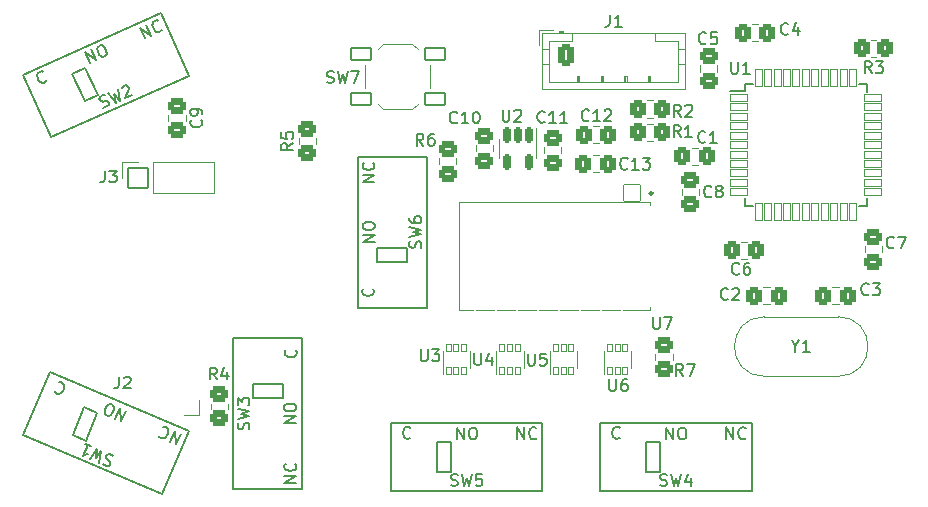
<source format=gto>
G04 #@! TF.GenerationSoftware,KiCad,Pcbnew,(5.99.0-8445-ge10025db64)*
G04 #@! TF.CreationDate,2021-06-11T17:01:22+02:00*
G04 #@! TF.ProjectId,g100s,67313030-732e-46b6-9963-61645f706362,rev?*
G04 #@! TF.SameCoordinates,Original*
G04 #@! TF.FileFunction,Legend,Top*
G04 #@! TF.FilePolarity,Positive*
%FSLAX46Y46*%
G04 Gerber Fmt 4.6, Leading zero omitted, Abs format (unit mm)*
G04 Created by KiCad (PCBNEW (5.99.0-8445-ge10025db64)) date 2021-06-11 17:01:22*
%MOMM*%
%LPD*%
G01*
G04 APERTURE LIST*
G04 Aperture macros list*
%AMRoundRect*
0 Rectangle with rounded corners*
0 $1 Rounding radius*
0 $2 $3 $4 $5 $6 $7 $8 $9 X,Y pos of 4 corners*
0 Add a 4 corners polygon primitive as box body*
4,1,4,$2,$3,$4,$5,$6,$7,$8,$9,$2,$3,0*
0 Add four circle primitives for the rounded corners*
1,1,$1+$1,$2,$3*
1,1,$1+$1,$4,$5*
1,1,$1+$1,$6,$7*
1,1,$1+$1,$8,$9*
0 Add four rect primitives between the rounded corners*
20,1,$1+$1,$2,$3,$4,$5,0*
20,1,$1+$1,$4,$5,$6,$7,0*
20,1,$1+$1,$6,$7,$8,$9,0*
20,1,$1+$1,$8,$9,$2,$3,0*%
G04 Aperture macros list end*
%ADD10C,0.150000*%
%ADD11C,0.120000*%
%ADD12C,0.100000*%
%ADD13C,0.239605*%
%ADD14RoundRect,0.271702X0.366798X0.504298X-0.366798X0.504298X-0.366798X-0.504298X0.366798X-0.504298X0*%
%ADD15RoundRect,0.271250X-0.379750X-0.654750X0.379750X-0.654750X0.379750X0.654750X-0.379750X0.654750X0*%
%ADD16O,1.302000X1.852000*%
%ADD17RoundRect,0.271702X0.504298X-0.366798X0.504298X0.366798X-0.504298X0.366798X-0.504298X-0.366798X0*%
%ADD18RoundRect,0.271702X-0.504298X0.366798X-0.504298X-0.366798X0.504298X-0.366798X0.504298X0.366798X0*%
%ADD19C,1.602000*%
%ADD20RoundRect,0.270816X0.480184X-0.380184X0.480184X0.380184X-0.480184X0.380184X-0.480184X-0.380184X0*%
%ADD21RoundRect,0.271250X0.479750X-0.379750X0.479750X0.379750X-0.479750X0.379750X-0.479750X-0.379750X0*%
%ADD22RoundRect,0.051000X0.200000X-0.325000X0.200000X0.325000X-0.200000X0.325000X-0.200000X-0.325000X0*%
%ADD23RoundRect,0.271250X-0.379750X-0.479750X0.379750X-0.479750X0.379750X0.479750X-0.379750X0.479750X0*%
%ADD24RoundRect,0.271702X-0.366798X-0.504298X0.366798X-0.504298X0.366798X0.504298X-0.366798X0.504298X0*%
%ADD25RoundRect,0.051000X0.850000X-0.850000X0.850000X0.850000X-0.850000X0.850000X-0.850000X-0.850000X0*%
%ADD26O,1.802000X1.802000*%
%ADD27C,2.102000*%
%ADD28RoundRect,0.271250X0.379750X0.479750X-0.379750X0.479750X-0.379750X-0.479750X0.379750X-0.479750X0*%
%ADD29RoundRect,0.051000X-0.750000X-0.275000X0.750000X-0.275000X0.750000X0.275000X-0.750000X0.275000X0*%
%ADD30RoundRect,0.051000X0.275000X-0.750000X0.275000X0.750000X-0.275000X0.750000X-0.275000X-0.750000X0*%
%ADD31RoundRect,0.175500X-0.175500X0.538000X-0.175500X-0.538000X0.175500X-0.538000X0.175500X0.538000X0*%
%ADD32RoundRect,0.051000X0.700000X0.700000X-0.700000X0.700000X-0.700000X-0.700000X0.700000X-0.700000X0*%
%ADD33C,1.502000*%
%ADD34RoundRect,0.051000X-0.850000X-0.500000X0.850000X-0.500000X0.850000X0.500000X-0.850000X0.500000X0*%
G04 APERTURE END LIST*
D10*
X82667142Y-138467142D02*
X82619523Y-138514761D01*
X82476666Y-138562380D01*
X82381428Y-138562380D01*
X82238571Y-138514761D01*
X82143333Y-138419523D01*
X82095714Y-138324285D01*
X82048095Y-138133809D01*
X82048095Y-137990952D01*
X82095714Y-137800476D01*
X82143333Y-137705238D01*
X82238571Y-137610000D01*
X82381428Y-137562380D01*
X82476666Y-137562380D01*
X82619523Y-137610000D01*
X82667142Y-137657619D01*
X83619523Y-138562380D02*
X83048095Y-138562380D01*
X83333809Y-138562380D02*
X83333809Y-137562380D01*
X83238571Y-137705238D01*
X83143333Y-137800476D01*
X83048095Y-137848095D01*
X83952857Y-137562380D02*
X84571904Y-137562380D01*
X84238571Y-137943333D01*
X84381428Y-137943333D01*
X84476666Y-137990952D01*
X84524285Y-138038571D01*
X84571904Y-138133809D01*
X84571904Y-138371904D01*
X84524285Y-138467142D01*
X84476666Y-138514761D01*
X84381428Y-138562380D01*
X84095714Y-138562380D01*
X84000476Y-138514761D01*
X83952857Y-138467142D01*
X81166666Y-125462380D02*
X81166666Y-126176666D01*
X81119047Y-126319523D01*
X81023809Y-126414761D01*
X80880952Y-126462380D01*
X80785714Y-126462380D01*
X82166666Y-126462380D02*
X81595238Y-126462380D01*
X81880952Y-126462380D02*
X81880952Y-125462380D01*
X81785714Y-125605238D01*
X81690476Y-125700476D01*
X81595238Y-125748095D01*
X105213333Y-145137142D02*
X105165714Y-145184761D01*
X105022857Y-145232380D01*
X104927619Y-145232380D01*
X104784761Y-145184761D01*
X104689523Y-145089523D01*
X104641904Y-144994285D01*
X104594285Y-144803809D01*
X104594285Y-144660952D01*
X104641904Y-144470476D01*
X104689523Y-144375238D01*
X104784761Y-144280000D01*
X104927619Y-144232380D01*
X105022857Y-144232380D01*
X105165714Y-144280000D01*
X105213333Y-144327619D01*
X105546666Y-144232380D02*
X106213333Y-144232380D01*
X105784761Y-145232380D01*
X65383333Y-136532380D02*
X65050000Y-136056190D01*
X64811904Y-136532380D02*
X64811904Y-135532380D01*
X65192857Y-135532380D01*
X65288095Y-135580000D01*
X65335714Y-135627619D01*
X65383333Y-135722857D01*
X65383333Y-135865714D01*
X65335714Y-135960952D01*
X65288095Y-136008571D01*
X65192857Y-136056190D01*
X64811904Y-136056190D01*
X66240476Y-135532380D02*
X66050000Y-135532380D01*
X65954761Y-135580000D01*
X65907142Y-135627619D01*
X65811904Y-135770476D01*
X65764285Y-135960952D01*
X65764285Y-136341904D01*
X65811904Y-136437142D01*
X65859523Y-136484761D01*
X65954761Y-136532380D01*
X66145238Y-136532380D01*
X66240476Y-136484761D01*
X66288095Y-136437142D01*
X66335714Y-136341904D01*
X66335714Y-136103809D01*
X66288095Y-136008571D01*
X66240476Y-135960952D01*
X66145238Y-135913333D01*
X65954761Y-135913333D01*
X65859523Y-135960952D01*
X65811904Y-136008571D01*
X65764285Y-136103809D01*
X79404642Y-134372142D02*
X79357023Y-134419761D01*
X79214166Y-134467380D01*
X79118928Y-134467380D01*
X78976071Y-134419761D01*
X78880833Y-134324523D01*
X78833214Y-134229285D01*
X78785595Y-134038809D01*
X78785595Y-133895952D01*
X78833214Y-133705476D01*
X78880833Y-133610238D01*
X78976071Y-133515000D01*
X79118928Y-133467380D01*
X79214166Y-133467380D01*
X79357023Y-133515000D01*
X79404642Y-133562619D01*
X80357023Y-134467380D02*
X79785595Y-134467380D01*
X80071309Y-134467380D02*
X80071309Y-133467380D01*
X79976071Y-133610238D01*
X79880833Y-133705476D01*
X79785595Y-133753095D01*
X80737976Y-133562619D02*
X80785595Y-133515000D01*
X80880833Y-133467380D01*
X81118928Y-133467380D01*
X81214166Y-133515000D01*
X81261785Y-133562619D01*
X81309404Y-133657857D01*
X81309404Y-133753095D01*
X81261785Y-133895952D01*
X80690357Y-134467380D01*
X81309404Y-134467380D01*
X89765333Y-140817142D02*
X89717714Y-140864761D01*
X89574857Y-140912380D01*
X89479619Y-140912380D01*
X89336761Y-140864761D01*
X89241523Y-140769523D01*
X89193904Y-140674285D01*
X89146285Y-140483809D01*
X89146285Y-140340952D01*
X89193904Y-140150476D01*
X89241523Y-140055238D01*
X89336761Y-139960000D01*
X89479619Y-139912380D01*
X89574857Y-139912380D01*
X89717714Y-139960000D01*
X89765333Y-140007619D01*
X90336761Y-140340952D02*
X90241523Y-140293333D01*
X90193904Y-140245714D01*
X90146285Y-140150476D01*
X90146285Y-140102857D01*
X90193904Y-140007619D01*
X90241523Y-139960000D01*
X90336761Y-139912380D01*
X90527238Y-139912380D01*
X90622476Y-139960000D01*
X90670095Y-140007619D01*
X90717714Y-140102857D01*
X90717714Y-140150476D01*
X90670095Y-140245714D01*
X90622476Y-140293333D01*
X90527238Y-140340952D01*
X90336761Y-140340952D01*
X90241523Y-140388571D01*
X90193904Y-140436190D01*
X90146285Y-140531428D01*
X90146285Y-140721904D01*
X90193904Y-140817142D01*
X90241523Y-140864761D01*
X90336761Y-140912380D01*
X90527238Y-140912380D01*
X90622476Y-140864761D01*
X90670095Y-140817142D01*
X90717714Y-140721904D01*
X90717714Y-140531428D01*
X90670095Y-140436190D01*
X90622476Y-140388571D01*
X90527238Y-140340952D01*
X96885388Y-153521097D02*
X96885388Y-153997287D01*
X96552055Y-152997287D02*
X96885388Y-153521097D01*
X97218721Y-152997287D01*
X98075864Y-153997287D02*
X97504436Y-153997287D01*
X97790150Y-153997287D02*
X97790150Y-152997287D01*
X97694912Y-153140145D01*
X97599674Y-153235383D01*
X97504436Y-153283002D01*
X75657142Y-134527142D02*
X75609523Y-134574761D01*
X75466666Y-134622380D01*
X75371428Y-134622380D01*
X75228571Y-134574761D01*
X75133333Y-134479523D01*
X75085714Y-134384285D01*
X75038095Y-134193809D01*
X75038095Y-134050952D01*
X75085714Y-133860476D01*
X75133333Y-133765238D01*
X75228571Y-133670000D01*
X75371428Y-133622380D01*
X75466666Y-133622380D01*
X75609523Y-133670000D01*
X75657142Y-133717619D01*
X76609523Y-134622380D02*
X76038095Y-134622380D01*
X76323809Y-134622380D02*
X76323809Y-133622380D01*
X76228571Y-133765238D01*
X76133333Y-133860476D01*
X76038095Y-133908095D01*
X77561904Y-134622380D02*
X76990476Y-134622380D01*
X77276190Y-134622380D02*
X77276190Y-133622380D01*
X77180952Y-133765238D01*
X77085714Y-133860476D01*
X76990476Y-133908095D01*
X47893333Y-156332380D02*
X47560000Y-155856190D01*
X47321904Y-156332380D02*
X47321904Y-155332380D01*
X47702857Y-155332380D01*
X47798095Y-155380000D01*
X47845714Y-155427619D01*
X47893333Y-155522857D01*
X47893333Y-155665714D01*
X47845714Y-155760952D01*
X47798095Y-155808571D01*
X47702857Y-155856190D01*
X47321904Y-155856190D01*
X48750476Y-155665714D02*
X48750476Y-156332380D01*
X48512380Y-155284761D02*
X48274285Y-155999047D01*
X48893333Y-155999047D01*
X74238095Y-154152380D02*
X74238095Y-154961904D01*
X74285714Y-155057142D01*
X74333333Y-155104761D01*
X74428571Y-155152380D01*
X74619047Y-155152380D01*
X74714285Y-155104761D01*
X74761904Y-155057142D01*
X74809523Y-154961904D01*
X74809523Y-154152380D01*
X75761904Y-154152380D02*
X75285714Y-154152380D01*
X75238095Y-154628571D01*
X75285714Y-154580952D01*
X75380952Y-154533333D01*
X75619047Y-154533333D01*
X75714285Y-154580952D01*
X75761904Y-154628571D01*
X75809523Y-154723809D01*
X75809523Y-154961904D01*
X75761904Y-155057142D01*
X75714285Y-155104761D01*
X75619047Y-155152380D01*
X75380952Y-155152380D01*
X75285714Y-155104761D01*
X75238095Y-155057142D01*
X87183333Y-134082380D02*
X86850000Y-133606190D01*
X86611904Y-134082380D02*
X86611904Y-133082380D01*
X86992857Y-133082380D01*
X87088095Y-133130000D01*
X87135714Y-133177619D01*
X87183333Y-133272857D01*
X87183333Y-133415714D01*
X87135714Y-133510952D01*
X87088095Y-133558571D01*
X86992857Y-133606190D01*
X86611904Y-133606190D01*
X87564285Y-133177619D02*
X87611904Y-133130000D01*
X87707142Y-133082380D01*
X87945238Y-133082380D01*
X88040476Y-133130000D01*
X88088095Y-133177619D01*
X88135714Y-133272857D01*
X88135714Y-133368095D01*
X88088095Y-133510952D01*
X87516666Y-134082380D01*
X88135714Y-134082380D01*
X91160833Y-149507142D02*
X91113214Y-149554761D01*
X90970357Y-149602380D01*
X90875119Y-149602380D01*
X90732261Y-149554761D01*
X90637023Y-149459523D01*
X90589404Y-149364285D01*
X90541785Y-149173809D01*
X90541785Y-149030952D01*
X90589404Y-148840476D01*
X90637023Y-148745238D01*
X90732261Y-148650000D01*
X90875119Y-148602380D01*
X90970357Y-148602380D01*
X91113214Y-148650000D01*
X91160833Y-148697619D01*
X91541785Y-148697619D02*
X91589404Y-148650000D01*
X91684642Y-148602380D01*
X91922738Y-148602380D01*
X92017976Y-148650000D01*
X92065595Y-148697619D01*
X92113214Y-148792857D01*
X92113214Y-148888095D01*
X92065595Y-149030952D01*
X91494166Y-149602380D01*
X92113214Y-149602380D01*
X103083333Y-149097142D02*
X103035714Y-149144761D01*
X102892857Y-149192380D01*
X102797619Y-149192380D01*
X102654761Y-149144761D01*
X102559523Y-149049523D01*
X102511904Y-148954285D01*
X102464285Y-148763809D01*
X102464285Y-148620952D01*
X102511904Y-148430476D01*
X102559523Y-148335238D01*
X102654761Y-148240000D01*
X102797619Y-148192380D01*
X102892857Y-148192380D01*
X103035714Y-148240000D01*
X103083333Y-148287619D01*
X103416666Y-148192380D02*
X104035714Y-148192380D01*
X103702380Y-148573333D01*
X103845238Y-148573333D01*
X103940476Y-148620952D01*
X103988095Y-148668571D01*
X104035714Y-148763809D01*
X104035714Y-149001904D01*
X103988095Y-149097142D01*
X103940476Y-149144761D01*
X103845238Y-149192380D01*
X103559523Y-149192380D01*
X103464285Y-149144761D01*
X103416666Y-149097142D01*
X69698095Y-154102380D02*
X69698095Y-154911904D01*
X69745714Y-155007142D01*
X69793333Y-155054761D01*
X69888571Y-155102380D01*
X70079047Y-155102380D01*
X70174285Y-155054761D01*
X70221904Y-155007142D01*
X70269523Y-154911904D01*
X70269523Y-154102380D01*
X71174285Y-154435714D02*
X71174285Y-155102380D01*
X70936190Y-154054761D02*
X70698095Y-154769047D01*
X71317142Y-154769047D01*
X89253333Y-136217142D02*
X89205714Y-136264761D01*
X89062857Y-136312380D01*
X88967619Y-136312380D01*
X88824761Y-136264761D01*
X88729523Y-136169523D01*
X88681904Y-136074285D01*
X88634285Y-135883809D01*
X88634285Y-135740952D01*
X88681904Y-135550476D01*
X88729523Y-135455238D01*
X88824761Y-135360000D01*
X88967619Y-135312380D01*
X89062857Y-135312380D01*
X89205714Y-135360000D01*
X89253333Y-135407619D01*
X90205714Y-136312380D02*
X89634285Y-136312380D01*
X89920000Y-136312380D02*
X89920000Y-135312380D01*
X89824761Y-135455238D01*
X89729523Y-135550476D01*
X89634285Y-135598095D01*
X38406666Y-138652380D02*
X38406666Y-139366666D01*
X38359047Y-139509523D01*
X38263809Y-139604761D01*
X38120952Y-139652380D01*
X38025714Y-139652380D01*
X38787619Y-138652380D02*
X39406666Y-138652380D01*
X39073333Y-139033333D01*
X39216190Y-139033333D01*
X39311428Y-139080952D01*
X39359047Y-139128571D01*
X39406666Y-139223809D01*
X39406666Y-139461904D01*
X39359047Y-139557142D01*
X39311428Y-139604761D01*
X39216190Y-139652380D01*
X38930476Y-139652380D01*
X38835238Y-139604761D01*
X38787619Y-139557142D01*
X92123333Y-147357142D02*
X92075714Y-147404761D01*
X91932857Y-147452380D01*
X91837619Y-147452380D01*
X91694761Y-147404761D01*
X91599523Y-147309523D01*
X91551904Y-147214285D01*
X91504285Y-147023809D01*
X91504285Y-146880952D01*
X91551904Y-146690476D01*
X91599523Y-146595238D01*
X91694761Y-146500000D01*
X91837619Y-146452380D01*
X91932857Y-146452380D01*
X92075714Y-146500000D01*
X92123333Y-146547619D01*
X92980476Y-146452380D02*
X92790000Y-146452380D01*
X92694761Y-146500000D01*
X92647142Y-146547619D01*
X92551904Y-146690476D01*
X92504285Y-146880952D01*
X92504285Y-147261904D01*
X92551904Y-147357142D01*
X92599523Y-147404761D01*
X92694761Y-147452380D01*
X92885238Y-147452380D01*
X92980476Y-147404761D01*
X93028095Y-147357142D01*
X93075714Y-147261904D01*
X93075714Y-147023809D01*
X93028095Y-146928571D01*
X92980476Y-146880952D01*
X92885238Y-146833333D01*
X92694761Y-146833333D01*
X92599523Y-146880952D01*
X92551904Y-146928571D01*
X92504285Y-147023809D01*
X54352380Y-136316666D02*
X53876190Y-136650000D01*
X54352380Y-136888095D02*
X53352380Y-136888095D01*
X53352380Y-136507142D01*
X53400000Y-136411904D01*
X53447619Y-136364285D01*
X53542857Y-136316666D01*
X53685714Y-136316666D01*
X53780952Y-136364285D01*
X53828571Y-136411904D01*
X53876190Y-136507142D01*
X53876190Y-136888095D01*
X53352380Y-135411904D02*
X53352380Y-135888095D01*
X53828571Y-135935714D01*
X53780952Y-135888095D01*
X53733333Y-135792857D01*
X53733333Y-135554761D01*
X53780952Y-135459523D01*
X53828571Y-135411904D01*
X53923809Y-135364285D01*
X54161904Y-135364285D01*
X54257142Y-135411904D01*
X54304761Y-135459523D01*
X54352380Y-135554761D01*
X54352380Y-135792857D01*
X54304761Y-135888095D01*
X54257142Y-135935714D01*
X96273333Y-127057142D02*
X96225714Y-127104761D01*
X96082857Y-127152380D01*
X95987619Y-127152380D01*
X95844761Y-127104761D01*
X95749523Y-127009523D01*
X95701904Y-126914285D01*
X95654285Y-126723809D01*
X95654285Y-126580952D01*
X95701904Y-126390476D01*
X95749523Y-126295238D01*
X95844761Y-126200000D01*
X95987619Y-126152380D01*
X96082857Y-126152380D01*
X96225714Y-126200000D01*
X96273333Y-126247619D01*
X97130476Y-126485714D02*
X97130476Y-127152380D01*
X96892380Y-126104761D02*
X96654285Y-126819047D01*
X97273333Y-126819047D01*
X65154761Y-145198333D02*
X65202380Y-145055476D01*
X65202380Y-144817380D01*
X65154761Y-144722142D01*
X65107142Y-144674523D01*
X65011904Y-144626904D01*
X64916666Y-144626904D01*
X64821428Y-144674523D01*
X64773809Y-144722142D01*
X64726190Y-144817380D01*
X64678571Y-145007857D01*
X64630952Y-145103095D01*
X64583333Y-145150714D01*
X64488095Y-145198333D01*
X64392857Y-145198333D01*
X64297619Y-145150714D01*
X64250000Y-145103095D01*
X64202380Y-145007857D01*
X64202380Y-144769761D01*
X64250000Y-144626904D01*
X64202380Y-144293571D02*
X65202380Y-144055476D01*
X64488095Y-143865000D01*
X65202380Y-143674523D01*
X64202380Y-143436428D01*
X64202380Y-142626904D02*
X64202380Y-142817380D01*
X64250000Y-142912619D01*
X64297619Y-142960238D01*
X64440476Y-143055476D01*
X64630952Y-143103095D01*
X65011904Y-143103095D01*
X65107142Y-143055476D01*
X65154761Y-143007857D01*
X65202380Y-142912619D01*
X65202380Y-142722142D01*
X65154761Y-142626904D01*
X65107142Y-142579285D01*
X65011904Y-142531666D01*
X64773809Y-142531666D01*
X64678571Y-142579285D01*
X64630952Y-142626904D01*
X64583333Y-142722142D01*
X64583333Y-142912619D01*
X64630952Y-143007857D01*
X64678571Y-143055476D01*
X64773809Y-143103095D01*
X61107142Y-148635476D02*
X61154761Y-148683095D01*
X61202380Y-148825952D01*
X61202380Y-148921190D01*
X61154761Y-149064047D01*
X61059523Y-149159285D01*
X60964285Y-149206904D01*
X60773809Y-149254523D01*
X60630952Y-149254523D01*
X60440476Y-149206904D01*
X60345238Y-149159285D01*
X60250000Y-149064047D01*
X60202380Y-148921190D01*
X60202380Y-148825952D01*
X60250000Y-148683095D01*
X60297619Y-148635476D01*
X61252380Y-144674523D02*
X60252380Y-144674523D01*
X61252380Y-144103095D01*
X60252380Y-144103095D01*
X60252380Y-143436428D02*
X60252380Y-143245952D01*
X60300000Y-143150714D01*
X60395238Y-143055476D01*
X60585714Y-143007857D01*
X60919047Y-143007857D01*
X61109523Y-143055476D01*
X61204761Y-143150714D01*
X61252380Y-143245952D01*
X61252380Y-143436428D01*
X61204761Y-143531666D01*
X61109523Y-143626904D01*
X60919047Y-143674523D01*
X60585714Y-143674523D01*
X60395238Y-143626904D01*
X60300000Y-143531666D01*
X60252380Y-143436428D01*
X61232380Y-139590714D02*
X60232380Y-139590714D01*
X61232380Y-139019285D01*
X60232380Y-139019285D01*
X61137142Y-137971666D02*
X61184761Y-138019285D01*
X61232380Y-138162142D01*
X61232380Y-138257380D01*
X61184761Y-138400238D01*
X61089523Y-138495476D01*
X60994285Y-138543095D01*
X60803809Y-138590714D01*
X60660952Y-138590714D01*
X60470476Y-138543095D01*
X60375238Y-138495476D01*
X60280000Y-138400238D01*
X60232380Y-138257380D01*
X60232380Y-138162142D01*
X60280000Y-138019285D01*
X60327619Y-137971666D01*
X103333333Y-130392380D02*
X103000000Y-129916190D01*
X102761904Y-130392380D02*
X102761904Y-129392380D01*
X103142857Y-129392380D01*
X103238095Y-129440000D01*
X103285714Y-129487619D01*
X103333333Y-129582857D01*
X103333333Y-129725714D01*
X103285714Y-129820952D01*
X103238095Y-129868571D01*
X103142857Y-129916190D01*
X102761904Y-129916190D01*
X103666666Y-129392380D02*
X104285714Y-129392380D01*
X103952380Y-129773333D01*
X104095238Y-129773333D01*
X104190476Y-129820952D01*
X104238095Y-129868571D01*
X104285714Y-129963809D01*
X104285714Y-130201904D01*
X104238095Y-130297142D01*
X104190476Y-130344761D01*
X104095238Y-130392380D01*
X103809523Y-130392380D01*
X103714285Y-130344761D01*
X103666666Y-130297142D01*
X39134030Y-162854399D02*
X39021136Y-162754747D01*
X38801968Y-162661716D01*
X38695695Y-162668337D01*
X38633255Y-162693564D01*
X38552209Y-162762625D01*
X38514996Y-162850292D01*
X38521617Y-162956565D01*
X38546845Y-163019005D01*
X38615906Y-163100051D01*
X38772634Y-163218310D01*
X38841695Y-163299356D01*
X38866922Y-163361796D01*
X38873543Y-163468069D01*
X38836330Y-163555736D01*
X38755284Y-163624797D01*
X38692845Y-163650024D01*
X38586571Y-163656645D01*
X38367403Y-163563614D01*
X38254509Y-163463962D01*
X37929068Y-163377552D02*
X38100631Y-162364016D01*
X37646203Y-162947094D01*
X37749963Y-162215166D01*
X37140064Y-163042639D01*
X36697957Y-161768616D02*
X37223960Y-161991891D01*
X36960958Y-161880253D02*
X36570227Y-162800758D01*
X36713713Y-162706470D01*
X36838593Y-162656015D01*
X36944866Y-162649394D01*
X34489926Y-156589383D02*
X34552366Y-156564156D01*
X34702473Y-156576141D01*
X34790140Y-156613354D01*
X34903034Y-156713006D01*
X34953489Y-156837885D01*
X34960110Y-156944159D01*
X34929519Y-157138099D01*
X34873700Y-157269600D01*
X34755442Y-157426328D01*
X34674395Y-157495389D01*
X34549516Y-157545844D01*
X34399409Y-157533858D01*
X34311742Y-157496646D01*
X34198847Y-157396994D01*
X34173620Y-157334554D01*
X44857508Y-160919289D02*
X44466777Y-161839794D01*
X44331505Y-160696014D01*
X43940774Y-161616519D01*
X43329954Y-160374343D02*
X43392394Y-160349116D01*
X43542501Y-160361101D01*
X43630168Y-160398314D01*
X43743062Y-160497966D01*
X43793517Y-160622846D01*
X43800138Y-160729119D01*
X43769547Y-160923060D01*
X43713728Y-161054560D01*
X43595469Y-161211288D01*
X43514423Y-161280349D01*
X43389544Y-161330804D01*
X43239437Y-161318819D01*
X43151770Y-161281606D01*
X43038875Y-161181954D01*
X43013648Y-161119514D01*
X40213855Y-158969903D02*
X39823124Y-159890408D01*
X39687853Y-158746628D01*
X39297122Y-159667133D01*
X38683452Y-159406645D02*
X38508117Y-159332220D01*
X38439056Y-159251174D01*
X38388602Y-159126295D01*
X38419193Y-158932354D01*
X38549437Y-158625519D01*
X38667695Y-158468791D01*
X38792575Y-158418337D01*
X38898848Y-158411715D01*
X39074183Y-158486140D01*
X39143244Y-158567186D01*
X39193698Y-158692066D01*
X39163107Y-158886007D01*
X39032863Y-159192842D01*
X38914605Y-159349570D01*
X38789725Y-159400024D01*
X38683452Y-159406645D01*
X89313333Y-127847142D02*
X89265714Y-127894761D01*
X89122857Y-127942380D01*
X89027619Y-127942380D01*
X88884761Y-127894761D01*
X88789523Y-127799523D01*
X88741904Y-127704285D01*
X88694285Y-127513809D01*
X88694285Y-127370952D01*
X88741904Y-127180476D01*
X88789523Y-127085238D01*
X88884761Y-126990000D01*
X89027619Y-126942380D01*
X89122857Y-126942380D01*
X89265714Y-126990000D01*
X89313333Y-127037619D01*
X90218095Y-126942380D02*
X89741904Y-126942380D01*
X89694285Y-127418571D01*
X89741904Y-127370952D01*
X89837142Y-127323333D01*
X90075238Y-127323333D01*
X90170476Y-127370952D01*
X90218095Y-127418571D01*
X90265714Y-127513809D01*
X90265714Y-127751904D01*
X90218095Y-127847142D01*
X90170476Y-127894761D01*
X90075238Y-127942380D01*
X89837142Y-127942380D01*
X89741904Y-127894761D01*
X89694285Y-127847142D01*
X39606666Y-156092380D02*
X39606666Y-156806666D01*
X39559047Y-156949523D01*
X39463809Y-157044761D01*
X39320952Y-157092380D01*
X39225714Y-157092380D01*
X40035238Y-156187619D02*
X40082857Y-156140000D01*
X40178095Y-156092380D01*
X40416190Y-156092380D01*
X40511428Y-156140000D01*
X40559047Y-156187619D01*
X40606666Y-156282857D01*
X40606666Y-156378095D01*
X40559047Y-156520952D01*
X39987619Y-157092380D01*
X40606666Y-157092380D01*
X46557142Y-134366666D02*
X46604761Y-134414285D01*
X46652380Y-134557142D01*
X46652380Y-134652380D01*
X46604761Y-134795238D01*
X46509523Y-134890476D01*
X46414285Y-134938095D01*
X46223809Y-134985714D01*
X46080952Y-134985714D01*
X45890476Y-134938095D01*
X45795238Y-134890476D01*
X45700000Y-134795238D01*
X45652380Y-134652380D01*
X45652380Y-134557142D01*
X45700000Y-134414285D01*
X45747619Y-134366666D01*
X46652380Y-133890476D02*
X46652380Y-133700000D01*
X46604761Y-133604761D01*
X46557142Y-133557142D01*
X46414285Y-133461904D01*
X46223809Y-133414285D01*
X45842857Y-133414285D01*
X45747619Y-133461904D01*
X45700000Y-133509523D01*
X45652380Y-133604761D01*
X45652380Y-133795238D01*
X45700000Y-133890476D01*
X45747619Y-133938095D01*
X45842857Y-133985714D01*
X46080952Y-133985714D01*
X46176190Y-133938095D01*
X46223809Y-133890476D01*
X46271428Y-133795238D01*
X46271428Y-133604761D01*
X46223809Y-133509523D01*
X46176190Y-133461904D01*
X46080952Y-133414285D01*
X85436666Y-165304761D02*
X85579523Y-165352380D01*
X85817619Y-165352380D01*
X85912857Y-165304761D01*
X85960476Y-165257142D01*
X86008095Y-165161904D01*
X86008095Y-165066666D01*
X85960476Y-164971428D01*
X85912857Y-164923809D01*
X85817619Y-164876190D01*
X85627142Y-164828571D01*
X85531904Y-164780952D01*
X85484285Y-164733333D01*
X85436666Y-164638095D01*
X85436666Y-164542857D01*
X85484285Y-164447619D01*
X85531904Y-164400000D01*
X85627142Y-164352380D01*
X85865238Y-164352380D01*
X86008095Y-164400000D01*
X86341428Y-164352380D02*
X86579523Y-165352380D01*
X86770000Y-164638095D01*
X86960476Y-165352380D01*
X87198571Y-164352380D01*
X88008095Y-164685714D02*
X88008095Y-165352380D01*
X87770000Y-164304761D02*
X87531904Y-165019047D01*
X88150952Y-165019047D01*
X81999523Y-161257142D02*
X81951904Y-161304761D01*
X81809047Y-161352380D01*
X81713809Y-161352380D01*
X81570952Y-161304761D01*
X81475714Y-161209523D01*
X81428095Y-161114285D01*
X81380476Y-160923809D01*
X81380476Y-160780952D01*
X81428095Y-160590476D01*
X81475714Y-160495238D01*
X81570952Y-160400000D01*
X81713809Y-160352380D01*
X81809047Y-160352380D01*
X81951904Y-160400000D01*
X81999523Y-160447619D01*
X91044285Y-161382380D02*
X91044285Y-160382380D01*
X91615714Y-161382380D01*
X91615714Y-160382380D01*
X92663333Y-161287142D02*
X92615714Y-161334761D01*
X92472857Y-161382380D01*
X92377619Y-161382380D01*
X92234761Y-161334761D01*
X92139523Y-161239523D01*
X92091904Y-161144285D01*
X92044285Y-160953809D01*
X92044285Y-160810952D01*
X92091904Y-160620476D01*
X92139523Y-160525238D01*
X92234761Y-160430000D01*
X92377619Y-160382380D01*
X92472857Y-160382380D01*
X92615714Y-160430000D01*
X92663333Y-160477619D01*
X85960476Y-161402380D02*
X85960476Y-160402380D01*
X86531904Y-161402380D01*
X86531904Y-160402380D01*
X87198571Y-160402380D02*
X87389047Y-160402380D01*
X87484285Y-160450000D01*
X87579523Y-160545238D01*
X87627142Y-160735714D01*
X87627142Y-161069047D01*
X87579523Y-161259523D01*
X87484285Y-161354761D01*
X87389047Y-161402380D01*
X87198571Y-161402380D01*
X87103333Y-161354761D01*
X87008095Y-161259523D01*
X86960476Y-161069047D01*
X86960476Y-160735714D01*
X87008095Y-160545238D01*
X87103333Y-160450000D01*
X87198571Y-160402380D01*
X91448095Y-129442380D02*
X91448095Y-130251904D01*
X91495714Y-130347142D01*
X91543333Y-130394761D01*
X91638571Y-130442380D01*
X91829047Y-130442380D01*
X91924285Y-130394761D01*
X91971904Y-130347142D01*
X92019523Y-130251904D01*
X92019523Y-129442380D01*
X93019523Y-130442380D02*
X92448095Y-130442380D01*
X92733809Y-130442380D02*
X92733809Y-129442380D01*
X92638571Y-129585238D01*
X92543333Y-129680476D01*
X92448095Y-129728095D01*
X68237142Y-134567142D02*
X68189523Y-134614761D01*
X68046666Y-134662380D01*
X67951428Y-134662380D01*
X67808571Y-134614761D01*
X67713333Y-134519523D01*
X67665714Y-134424285D01*
X67618095Y-134233809D01*
X67618095Y-134090952D01*
X67665714Y-133900476D01*
X67713333Y-133805238D01*
X67808571Y-133710000D01*
X67951428Y-133662380D01*
X68046666Y-133662380D01*
X68189523Y-133710000D01*
X68237142Y-133757619D01*
X69189523Y-134662380D02*
X68618095Y-134662380D01*
X68903809Y-134662380D02*
X68903809Y-133662380D01*
X68808571Y-133805238D01*
X68713333Y-133900476D01*
X68618095Y-133948095D01*
X69808571Y-133662380D02*
X69903809Y-133662380D01*
X69999047Y-133710000D01*
X70046666Y-133757619D01*
X70094285Y-133852857D01*
X70141904Y-134043333D01*
X70141904Y-134281428D01*
X70094285Y-134471904D01*
X70046666Y-134567142D01*
X69999047Y-134614761D01*
X69903809Y-134662380D01*
X69808571Y-134662380D01*
X69713333Y-134614761D01*
X69665714Y-134567142D01*
X69618095Y-134471904D01*
X69570476Y-134281428D01*
X69570476Y-134043333D01*
X69618095Y-133852857D01*
X69665714Y-133757619D01*
X69713333Y-133710000D01*
X69808571Y-133662380D01*
X72088095Y-133502380D02*
X72088095Y-134311904D01*
X72135714Y-134407142D01*
X72183333Y-134454761D01*
X72278571Y-134502380D01*
X72469047Y-134502380D01*
X72564285Y-134454761D01*
X72611904Y-134407142D01*
X72659523Y-134311904D01*
X72659523Y-133502380D01*
X73088095Y-133597619D02*
X73135714Y-133550000D01*
X73230952Y-133502380D01*
X73469047Y-133502380D01*
X73564285Y-133550000D01*
X73611904Y-133597619D01*
X73659523Y-133692857D01*
X73659523Y-133788095D01*
X73611904Y-133930952D01*
X73040476Y-134502380D01*
X73659523Y-134502380D01*
X87353333Y-156032380D02*
X87020000Y-155556190D01*
X86781904Y-156032380D02*
X86781904Y-155032380D01*
X87162857Y-155032380D01*
X87258095Y-155080000D01*
X87305714Y-155127619D01*
X87353333Y-155222857D01*
X87353333Y-155365714D01*
X87305714Y-155460952D01*
X87258095Y-155508571D01*
X87162857Y-155556190D01*
X86781904Y-155556190D01*
X87686666Y-155032380D02*
X88353333Y-155032380D01*
X87924761Y-156032380D01*
X81118095Y-156302380D02*
X81118095Y-157111904D01*
X81165714Y-157207142D01*
X81213333Y-157254761D01*
X81308571Y-157302380D01*
X81499047Y-157302380D01*
X81594285Y-157254761D01*
X81641904Y-157207142D01*
X81689523Y-157111904D01*
X81689523Y-156302380D01*
X82594285Y-156302380D02*
X82403809Y-156302380D01*
X82308571Y-156350000D01*
X82260952Y-156397619D01*
X82165714Y-156540476D01*
X82118095Y-156730952D01*
X82118095Y-157111904D01*
X82165714Y-157207142D01*
X82213333Y-157254761D01*
X82308571Y-157302380D01*
X82499047Y-157302380D01*
X82594285Y-157254761D01*
X82641904Y-157207142D01*
X82689523Y-157111904D01*
X82689523Y-156873809D01*
X82641904Y-156778571D01*
X82594285Y-156730952D01*
X82499047Y-156683333D01*
X82308571Y-156683333D01*
X82213333Y-156730952D01*
X82165714Y-156778571D01*
X82118095Y-156873809D01*
X84838095Y-151052380D02*
X84838095Y-151861904D01*
X84885714Y-151957142D01*
X84933333Y-152004761D01*
X85028571Y-152052380D01*
X85219047Y-152052380D01*
X85314285Y-152004761D01*
X85361904Y-151957142D01*
X85409523Y-151861904D01*
X85409523Y-151052380D01*
X85790476Y-151052380D02*
X86457142Y-151052380D01*
X86028571Y-152052380D01*
X87153333Y-135812380D02*
X86820000Y-135336190D01*
X86581904Y-135812380D02*
X86581904Y-134812380D01*
X86962857Y-134812380D01*
X87058095Y-134860000D01*
X87105714Y-134907619D01*
X87153333Y-135002857D01*
X87153333Y-135145714D01*
X87105714Y-135240952D01*
X87058095Y-135288571D01*
X86962857Y-135336190D01*
X86581904Y-135336190D01*
X88105714Y-135812380D02*
X87534285Y-135812380D01*
X87820000Y-135812380D02*
X87820000Y-134812380D01*
X87724761Y-134955238D01*
X87629523Y-135050476D01*
X87534285Y-135098095D01*
X50604761Y-160563333D02*
X50652380Y-160420476D01*
X50652380Y-160182380D01*
X50604761Y-160087142D01*
X50557142Y-160039523D01*
X50461904Y-159991904D01*
X50366666Y-159991904D01*
X50271428Y-160039523D01*
X50223809Y-160087142D01*
X50176190Y-160182380D01*
X50128571Y-160372857D01*
X50080952Y-160468095D01*
X50033333Y-160515714D01*
X49938095Y-160563333D01*
X49842857Y-160563333D01*
X49747619Y-160515714D01*
X49700000Y-160468095D01*
X49652380Y-160372857D01*
X49652380Y-160134761D01*
X49700000Y-159991904D01*
X49652380Y-159658571D02*
X50652380Y-159420476D01*
X49938095Y-159230000D01*
X50652380Y-159039523D01*
X49652380Y-158801428D01*
X49652380Y-158515714D02*
X49652380Y-157896666D01*
X50033333Y-158230000D01*
X50033333Y-158087142D01*
X50080952Y-157991904D01*
X50128571Y-157944285D01*
X50223809Y-157896666D01*
X50461904Y-157896666D01*
X50557142Y-157944285D01*
X50604761Y-157991904D01*
X50652380Y-158087142D01*
X50652380Y-158372857D01*
X50604761Y-158468095D01*
X50557142Y-158515714D01*
X54602380Y-160039523D02*
X53602380Y-160039523D01*
X54602380Y-159468095D01*
X53602380Y-159468095D01*
X53602380Y-158801428D02*
X53602380Y-158610952D01*
X53650000Y-158515714D01*
X53745238Y-158420476D01*
X53935714Y-158372857D01*
X54269047Y-158372857D01*
X54459523Y-158420476D01*
X54554761Y-158515714D01*
X54602380Y-158610952D01*
X54602380Y-158801428D01*
X54554761Y-158896666D01*
X54459523Y-158991904D01*
X54269047Y-159039523D01*
X53935714Y-159039523D01*
X53745238Y-158991904D01*
X53650000Y-158896666D01*
X53602380Y-158801428D01*
X54557142Y-153840476D02*
X54604761Y-153888095D01*
X54652380Y-154030952D01*
X54652380Y-154126190D01*
X54604761Y-154269047D01*
X54509523Y-154364285D01*
X54414285Y-154411904D01*
X54223809Y-154459523D01*
X54080952Y-154459523D01*
X53890476Y-154411904D01*
X53795238Y-154364285D01*
X53700000Y-154269047D01*
X53652380Y-154126190D01*
X53652380Y-154030952D01*
X53700000Y-153888095D01*
X53747619Y-153840476D01*
X54622380Y-165075714D02*
X53622380Y-165075714D01*
X54622380Y-164504285D01*
X53622380Y-164504285D01*
X54527142Y-163456666D02*
X54574761Y-163504285D01*
X54622380Y-163647142D01*
X54622380Y-163742380D01*
X54574761Y-163885238D01*
X54479523Y-163980476D01*
X54384285Y-164028095D01*
X54193809Y-164075714D01*
X54050952Y-164075714D01*
X53860476Y-164028095D01*
X53765238Y-163980476D01*
X53670000Y-163885238D01*
X53622380Y-163742380D01*
X53622380Y-163647142D01*
X53670000Y-163504285D01*
X53717619Y-163456666D01*
X65168095Y-153782380D02*
X65168095Y-154591904D01*
X65215714Y-154687142D01*
X65263333Y-154734761D01*
X65358571Y-154782380D01*
X65549047Y-154782380D01*
X65644285Y-154734761D01*
X65691904Y-154687142D01*
X65739523Y-154591904D01*
X65739523Y-153782380D01*
X66120476Y-153782380D02*
X66739523Y-153782380D01*
X66406190Y-154163333D01*
X66549047Y-154163333D01*
X66644285Y-154210952D01*
X66691904Y-154258571D01*
X66739523Y-154353809D01*
X66739523Y-154591904D01*
X66691904Y-154687142D01*
X66644285Y-154734761D01*
X66549047Y-154782380D01*
X66263333Y-154782380D01*
X66168095Y-154734761D01*
X66120476Y-154687142D01*
X67716666Y-165304761D02*
X67859523Y-165352380D01*
X68097619Y-165352380D01*
X68192857Y-165304761D01*
X68240476Y-165257142D01*
X68288095Y-165161904D01*
X68288095Y-165066666D01*
X68240476Y-164971428D01*
X68192857Y-164923809D01*
X68097619Y-164876190D01*
X67907142Y-164828571D01*
X67811904Y-164780952D01*
X67764285Y-164733333D01*
X67716666Y-164638095D01*
X67716666Y-164542857D01*
X67764285Y-164447619D01*
X67811904Y-164400000D01*
X67907142Y-164352380D01*
X68145238Y-164352380D01*
X68288095Y-164400000D01*
X68621428Y-164352380D02*
X68859523Y-165352380D01*
X69050000Y-164638095D01*
X69240476Y-165352380D01*
X69478571Y-164352380D01*
X70335714Y-164352380D02*
X69859523Y-164352380D01*
X69811904Y-164828571D01*
X69859523Y-164780952D01*
X69954761Y-164733333D01*
X70192857Y-164733333D01*
X70288095Y-164780952D01*
X70335714Y-164828571D01*
X70383333Y-164923809D01*
X70383333Y-165161904D01*
X70335714Y-165257142D01*
X70288095Y-165304761D01*
X70192857Y-165352380D01*
X69954761Y-165352380D01*
X69859523Y-165304761D01*
X69811904Y-165257142D01*
X68240476Y-161402380D02*
X68240476Y-160402380D01*
X68811904Y-161402380D01*
X68811904Y-160402380D01*
X69478571Y-160402380D02*
X69669047Y-160402380D01*
X69764285Y-160450000D01*
X69859523Y-160545238D01*
X69907142Y-160735714D01*
X69907142Y-161069047D01*
X69859523Y-161259523D01*
X69764285Y-161354761D01*
X69669047Y-161402380D01*
X69478571Y-161402380D01*
X69383333Y-161354761D01*
X69288095Y-161259523D01*
X69240476Y-161069047D01*
X69240476Y-160735714D01*
X69288095Y-160545238D01*
X69383333Y-160450000D01*
X69478571Y-160402380D01*
X73324285Y-161382380D02*
X73324285Y-160382380D01*
X73895714Y-161382380D01*
X73895714Y-160382380D01*
X74943333Y-161287142D02*
X74895714Y-161334761D01*
X74752857Y-161382380D01*
X74657619Y-161382380D01*
X74514761Y-161334761D01*
X74419523Y-161239523D01*
X74371904Y-161144285D01*
X74324285Y-160953809D01*
X74324285Y-160810952D01*
X74371904Y-160620476D01*
X74419523Y-160525238D01*
X74514761Y-160430000D01*
X74657619Y-160382380D01*
X74752857Y-160382380D01*
X74895714Y-160430000D01*
X74943333Y-160477619D01*
X64279523Y-161257142D02*
X64231904Y-161304761D01*
X64089047Y-161352380D01*
X63993809Y-161352380D01*
X63850952Y-161304761D01*
X63755714Y-161209523D01*
X63708095Y-161114285D01*
X63660476Y-160923809D01*
X63660476Y-160780952D01*
X63708095Y-160590476D01*
X63755714Y-160495238D01*
X63850952Y-160400000D01*
X63993809Y-160352380D01*
X64089047Y-160352380D01*
X64231904Y-160400000D01*
X64279523Y-160447619D01*
X38270043Y-133314174D02*
X38419918Y-133299571D01*
X38637429Y-133202729D01*
X38705065Y-133120490D01*
X38729199Y-133057620D01*
X38733964Y-132951247D01*
X38695227Y-132864243D01*
X38612988Y-132796607D01*
X38550118Y-132772473D01*
X38443745Y-132767708D01*
X38250368Y-132801679D01*
X38143995Y-132796914D01*
X38081125Y-132772780D01*
X37998886Y-132705144D01*
X37960149Y-132618140D01*
X37964914Y-132511767D01*
X37989048Y-132448896D01*
X38056684Y-132366657D01*
X38274195Y-132269815D01*
X38424070Y-132255212D01*
X38709216Y-132076131D02*
X39333464Y-132892835D01*
X39216946Y-132162829D01*
X39681481Y-132737887D01*
X39492255Y-131727500D01*
X39835507Y-131678925D02*
X39859641Y-131616055D01*
X39927277Y-131533816D01*
X40144788Y-131436974D01*
X40251160Y-131441739D01*
X40314031Y-131465873D01*
X40396270Y-131533509D01*
X40435007Y-131620513D01*
X40449610Y-131770388D01*
X40160005Y-132524835D01*
X40725533Y-132273046D01*
X33483743Y-131014502D02*
X33459609Y-131077373D01*
X33348471Y-131178980D01*
X33261466Y-131217717D01*
X33111592Y-131232320D01*
X32985850Y-131184052D01*
X32903611Y-131116417D01*
X32782636Y-130961776D01*
X32724530Y-130831270D01*
X32690559Y-130637893D01*
X32695324Y-130531520D01*
X32743592Y-130405779D01*
X32854730Y-130304171D01*
X32941734Y-130265435D01*
X33091609Y-130250832D01*
X33154480Y-130274965D01*
X37161327Y-129536119D02*
X36754590Y-128622574D01*
X37683353Y-129303698D01*
X37276616Y-128390153D01*
X37885646Y-128118995D02*
X38059655Y-128041521D01*
X38166028Y-128046287D01*
X38291769Y-128094554D01*
X38412745Y-128249194D01*
X38548323Y-128553710D01*
X38582295Y-128747087D01*
X38534027Y-128872828D01*
X38466392Y-128955067D01*
X38292383Y-129032540D01*
X38186010Y-129027775D01*
X38060269Y-128979508D01*
X37939293Y-128824867D01*
X37803714Y-128520352D01*
X37769743Y-128326975D01*
X37818010Y-128201234D01*
X37885646Y-128118995D01*
X41797483Y-127450077D02*
X41390746Y-126536531D01*
X42319509Y-127217656D01*
X41912772Y-126304110D01*
X43237819Y-126704547D02*
X43213686Y-126767417D01*
X43102548Y-126869025D01*
X43015543Y-126907761D01*
X42865668Y-126922364D01*
X42739927Y-126874097D01*
X42657688Y-126806461D01*
X42536712Y-126651821D01*
X42478607Y-126521314D01*
X42444636Y-126327937D01*
X42449401Y-126221564D01*
X42497669Y-126095823D01*
X42608807Y-125994216D01*
X42695811Y-125955479D01*
X42845686Y-125940876D01*
X42908556Y-125965010D01*
X57206666Y-131174761D02*
X57349523Y-131222380D01*
X57587619Y-131222380D01*
X57682857Y-131174761D01*
X57730476Y-131127142D01*
X57778095Y-131031904D01*
X57778095Y-130936666D01*
X57730476Y-130841428D01*
X57682857Y-130793809D01*
X57587619Y-130746190D01*
X57397142Y-130698571D01*
X57301904Y-130650952D01*
X57254285Y-130603333D01*
X57206666Y-130508095D01*
X57206666Y-130412857D01*
X57254285Y-130317619D01*
X57301904Y-130270000D01*
X57397142Y-130222380D01*
X57635238Y-130222380D01*
X57778095Y-130270000D01*
X58111428Y-130222380D02*
X58349523Y-131222380D01*
X58540000Y-130508095D01*
X58730476Y-131222380D01*
X58968571Y-130222380D01*
X59254285Y-130222380D02*
X59920952Y-130222380D01*
X59492380Y-131222380D01*
D11*
X80228752Y-137340000D02*
X79706248Y-137340000D01*
X80228752Y-138810000D02*
X79706248Y-138810000D01*
X84590000Y-130640000D02*
X84590000Y-131140000D01*
X80390000Y-130640000D02*
X80590000Y-130640000D01*
X75430000Y-131750000D02*
X87550000Y-131750000D01*
X86940000Y-131140000D02*
X86940000Y-127640000D01*
X87550000Y-128340000D02*
X86940000Y-128340000D01*
X75130000Y-126730000D02*
X75130000Y-127980000D01*
X76040000Y-131140000D02*
X86940000Y-131140000D01*
X84990000Y-127640000D02*
X84990000Y-127030000D01*
X78390000Y-130640000D02*
X78590000Y-130640000D01*
X82590000Y-130640000D02*
X82590000Y-131140000D01*
X84390000Y-130640000D02*
X84590000Y-130640000D01*
X77190000Y-126930000D02*
X76890000Y-126930000D01*
X77990000Y-127030000D02*
X77990000Y-127640000D01*
X78490000Y-131140000D02*
X78490000Y-130640000D01*
X82390000Y-131140000D02*
X82390000Y-130640000D01*
X87550000Y-127030000D02*
X75430000Y-127030000D01*
X76040000Y-127640000D02*
X76040000Y-131140000D01*
X78390000Y-131140000D02*
X78390000Y-130640000D01*
X87550000Y-131750000D02*
X87550000Y-127030000D01*
X84490000Y-131140000D02*
X84490000Y-130640000D01*
X77190000Y-126830000D02*
X76890000Y-126830000D01*
X80390000Y-131140000D02*
X80390000Y-130640000D01*
X82490000Y-131140000D02*
X82490000Y-130640000D01*
X87550000Y-129640000D02*
X86940000Y-129640000D01*
X75430000Y-127030000D02*
X75430000Y-131750000D01*
X76890000Y-126830000D02*
X76890000Y-127030000D01*
X76380000Y-126730000D02*
X75130000Y-126730000D01*
X75430000Y-129640000D02*
X76040000Y-129640000D01*
X80590000Y-130640000D02*
X80590000Y-131140000D01*
X84390000Y-131140000D02*
X84390000Y-130640000D01*
X75430000Y-128340000D02*
X76040000Y-128340000D01*
X86940000Y-127640000D02*
X84990000Y-127640000D01*
X77190000Y-127030000D02*
X77190000Y-126830000D01*
X82390000Y-130640000D02*
X82590000Y-130640000D01*
X77990000Y-127640000D02*
X76040000Y-127640000D01*
X78590000Y-130640000D02*
X78590000Y-131140000D01*
X80490000Y-131140000D02*
X80490000Y-130640000D01*
X102745000Y-145581252D02*
X102745000Y-145058748D01*
X104215000Y-145581252D02*
X104215000Y-145058748D01*
X68185000Y-137608748D02*
X68185000Y-138131252D01*
X66715000Y-137608748D02*
X66715000Y-138131252D01*
X80238752Y-136350000D02*
X79716248Y-136350000D01*
X80238752Y-134880000D02*
X79716248Y-134880000D01*
X88707000Y-140208748D02*
X88707000Y-140731252D01*
X87237000Y-140208748D02*
X87237000Y-140731252D01*
X94246579Y-156069907D02*
X100496579Y-156069907D01*
X94246579Y-151019907D02*
X100496579Y-151019907D01*
X100496579Y-156069907D02*
G75*
G03*
X100496579Y-151019907I0J2525000D01*
G01*
X94246579Y-156069907D02*
G75*
G02*
X94246579Y-151019907I0J2525000D01*
G01*
X75595000Y-137201252D02*
X75595000Y-136678748D01*
X77065000Y-137201252D02*
X77065000Y-136678748D01*
X48835000Y-158827064D02*
X48835000Y-158372936D01*
X47365000Y-158827064D02*
X47365000Y-158372936D01*
X78430000Y-155330000D02*
X78430000Y-153930000D01*
X76110000Y-153930000D02*
X76110000Y-155830000D01*
X84352936Y-134155000D02*
X84807064Y-134155000D01*
X84352936Y-132685000D02*
X84807064Y-132685000D01*
X94178748Y-149975000D02*
X94701252Y-149975000D01*
X94178748Y-148505000D02*
X94701252Y-148505000D01*
X100531252Y-149975000D02*
X100008748Y-149975000D01*
X100531252Y-148505000D02*
X100008748Y-148505000D01*
X73880000Y-155330000D02*
X73880000Y-153930000D01*
X71560000Y-153930000D02*
X71560000Y-155830000D01*
X88088748Y-136695000D02*
X88611252Y-136695000D01*
X88088748Y-138165000D02*
X88611252Y-138165000D01*
X47635000Y-140575000D02*
X47635000Y-137915000D01*
X42495000Y-140575000D02*
X47635000Y-140575000D01*
X42495000Y-137915000D02*
X47635000Y-137915000D01*
X42495000Y-140575000D02*
X42495000Y-137915000D01*
X39895000Y-139245000D02*
X39895000Y-137915000D01*
X39895000Y-137915000D02*
X41225000Y-137915000D01*
X92771252Y-146145000D02*
X92248748Y-146145000D01*
X92771252Y-144675000D02*
X92248748Y-144675000D01*
X54815000Y-136377064D02*
X54815000Y-135922936D01*
X56285000Y-136377064D02*
X56285000Y-135922936D01*
X93208748Y-127695000D02*
X93731252Y-127695000D01*
X93208748Y-126225000D02*
X93731252Y-126225000D01*
D10*
X61480000Y-145215000D02*
X64020000Y-145215000D01*
X65650000Y-137465000D02*
X59850000Y-137465000D01*
X59850000Y-137465000D02*
X59850000Y-150265000D01*
X65650000Y-150265000D02*
X65650000Y-137465000D01*
X64020000Y-145215000D02*
X64020000Y-146415000D01*
X64020000Y-146415000D02*
X61480000Y-146415000D01*
X59850000Y-150265000D02*
X65650000Y-150265000D01*
X61480000Y-146415000D02*
X61480000Y-145215000D01*
D11*
X103727064Y-127555000D02*
X103272936Y-127555000D01*
X103727064Y-129025000D02*
X103272936Y-129025000D01*
D10*
X36791090Y-161506554D02*
X35686484Y-161037677D01*
X37783547Y-159168472D02*
X36791090Y-161506554D01*
X43288111Y-166035143D02*
X45554351Y-160696215D01*
X31505649Y-161033785D02*
X43288111Y-166035143D01*
X45554351Y-160696215D02*
X33771889Y-155694857D01*
X36678941Y-158699594D02*
X37783547Y-159168472D01*
X35686484Y-161037677D02*
X36678941Y-158699594D01*
X33771889Y-155694857D02*
X31505649Y-161033785D01*
D11*
X90265000Y-129738748D02*
X90265000Y-130261252D01*
X88795000Y-129738748D02*
X88795000Y-130261252D01*
X46420000Y-159380000D02*
X45090000Y-159380000D01*
X46420000Y-158050000D02*
X46420000Y-159380000D01*
X45255000Y-133938748D02*
X45255000Y-134461252D01*
X43785000Y-133938748D02*
X43785000Y-134461252D01*
D10*
X85420000Y-161630000D02*
X85420000Y-164170000D01*
X84220000Y-161630000D02*
X85420000Y-161630000D01*
X84220000Y-164170000D02*
X84220000Y-161630000D01*
X80370000Y-160000000D02*
X80370000Y-165800000D01*
X93170000Y-165800000D02*
X93170000Y-160000000D01*
X85420000Y-164170000D02*
X84220000Y-164170000D01*
X93170000Y-160000000D02*
X80370000Y-160000000D01*
X80370000Y-165800000D02*
X93170000Y-165800000D01*
X92596579Y-141669907D02*
X92596579Y-140994907D01*
X92596579Y-131319907D02*
X92596579Y-131894907D01*
X102946579Y-141669907D02*
X102946579Y-140994907D01*
X102946579Y-141669907D02*
X102271579Y-141669907D01*
X102946579Y-131319907D02*
X102946579Y-131994907D01*
X92596579Y-141669907D02*
X93271579Y-141669907D01*
X102946579Y-131319907D02*
X102271579Y-131319907D01*
X92596579Y-131894907D02*
X91321579Y-131894907D01*
X92596579Y-131319907D02*
X93271579Y-131319907D01*
D11*
X71285000Y-136498748D02*
X71285000Y-137021252D01*
X69815000Y-136498748D02*
X69815000Y-137021252D01*
X71820000Y-136810000D02*
X71820000Y-137610000D01*
X71820000Y-136810000D02*
X71820000Y-136010000D01*
X74940000Y-136810000D02*
X74940000Y-137610000D01*
X74940000Y-136810000D02*
X74940000Y-135010000D01*
X86505000Y-154711252D02*
X86505000Y-154188748D01*
X85035000Y-154711252D02*
X85035000Y-154188748D01*
X82980000Y-155330000D02*
X82980000Y-153930000D01*
X80660000Y-153930000D02*
X80660000Y-155830000D01*
D12*
X84600000Y-150450000D02*
X68400000Y-150450000D01*
X84600000Y-141350000D02*
X84600000Y-141582000D01*
X84600000Y-150218000D02*
X84600000Y-150450000D01*
X68400000Y-150450000D02*
X68400000Y-141350000D01*
X68400000Y-141350000D02*
X84600000Y-141350000D01*
D13*
X84778802Y-140566000D02*
G75*
G03*
X84778802Y-140566000I-119802J0D01*
G01*
D11*
X84342936Y-134685000D02*
X84797064Y-134685000D01*
X84342936Y-136155000D02*
X84797064Y-136155000D01*
D10*
X49300000Y-165630000D02*
X55100000Y-165630000D01*
X55100000Y-152830000D02*
X49300000Y-152830000D01*
X53470000Y-157880000D02*
X50930000Y-157880000D01*
X50930000Y-156680000D02*
X53470000Y-156680000D01*
X53470000Y-156680000D02*
X53470000Y-157880000D01*
X50930000Y-157880000D02*
X50930000Y-156680000D01*
X49300000Y-152830000D02*
X49300000Y-165630000D01*
X55100000Y-165630000D02*
X55100000Y-152830000D01*
D11*
X67010000Y-153930000D02*
X67010000Y-155830000D01*
X69330000Y-155330000D02*
X69330000Y-153930000D01*
D10*
X67700000Y-161630000D02*
X67700000Y-164170000D01*
X67700000Y-164170000D02*
X66500000Y-164170000D01*
X62650000Y-160000000D02*
X62650000Y-165800000D01*
X66500000Y-161630000D02*
X67700000Y-161630000D01*
X75450000Y-160000000D02*
X62650000Y-160000000D01*
X66500000Y-164170000D02*
X66500000Y-161630000D01*
X75450000Y-165800000D02*
X75450000Y-160000000D01*
X62650000Y-165800000D02*
X75450000Y-165800000D01*
X43177155Y-125322604D02*
X31483773Y-130528833D01*
X33842845Y-135827396D02*
X45536227Y-130621167D01*
X31483773Y-130528833D02*
X33842845Y-135827396D01*
X36760158Y-129963892D02*
X37793269Y-132284297D01*
X45536227Y-130621167D02*
X43177155Y-125322604D01*
X35663904Y-130451976D02*
X36760158Y-129963892D01*
X37793269Y-132284297D02*
X36697015Y-132772381D01*
X36697015Y-132772381D02*
X35663904Y-130451976D01*
D11*
X61510000Y-128370000D02*
X61960000Y-127920000D01*
X61510000Y-132970000D02*
X61960000Y-133420000D01*
X64910000Y-132970000D02*
X64460000Y-133420000D01*
X64910000Y-128370000D02*
X64460000Y-127920000D01*
X61960000Y-133420000D02*
X64460000Y-133420000D01*
X61960000Y-127920000D02*
X64460000Y-127920000D01*
X65960000Y-129670000D02*
X65960000Y-131670000D01*
X60460000Y-129670000D02*
X60460000Y-131670000D01*
%LPC*%
D14*
X81005000Y-138075000D03*
X78930000Y-138075000D03*
D15*
X77490000Y-128840000D03*
D16*
X79490000Y-128840000D03*
X81490000Y-128840000D03*
X83490000Y-128840000D03*
X85490000Y-128840000D03*
D17*
X103480000Y-146357500D03*
X103480000Y-144282500D03*
D18*
X67450000Y-136832500D03*
X67450000Y-138907500D03*
D14*
X81015000Y-135615000D03*
X78940000Y-135615000D03*
D18*
X87972000Y-139432500D03*
X87972000Y-141507500D03*
D19*
X94931579Y-153544907D03*
X99811579Y-153544907D03*
D17*
X76330000Y-137977500D03*
X76330000Y-135902500D03*
D20*
X48100000Y-159600000D03*
D21*
X48100000Y-157600000D03*
D22*
X76620000Y-155580000D03*
X77270000Y-155580000D03*
X77920000Y-155580000D03*
X77920000Y-153680000D03*
X77270000Y-153680000D03*
X76620000Y-153680000D03*
D23*
X83580000Y-133420000D03*
X85580000Y-133420000D03*
D24*
X93402500Y-149240000D03*
X95477500Y-149240000D03*
D14*
X101307500Y-149240000D03*
X99232500Y-149240000D03*
D22*
X72070000Y-155580000D03*
X72720000Y-155580000D03*
X73370000Y-155580000D03*
X73370000Y-153680000D03*
X72720000Y-153680000D03*
X72070000Y-153680000D03*
D24*
X87312500Y-137430000D03*
X89387500Y-137430000D03*
D25*
X41225000Y-139245000D03*
D26*
X43765000Y-139245000D03*
X46305000Y-139245000D03*
D14*
X93547500Y-145410000D03*
X91472500Y-145410000D03*
D21*
X55550000Y-137150000D03*
X55550000Y-135150000D03*
D24*
X92432500Y-126960000D03*
X94507500Y-126960000D03*
D27*
X62750000Y-138785000D03*
X62750000Y-148945000D03*
X62750000Y-143865000D03*
D28*
X104500000Y-128290000D03*
X102500000Y-128290000D03*
D27*
X43206165Y-162849914D03*
X33853835Y-158880086D03*
X38530000Y-160865000D03*
D18*
X89530000Y-128962500D03*
X89530000Y-131037500D03*
D26*
X45090000Y-158050000D03*
X42550000Y-158050000D03*
D18*
X44520000Y-133162500D03*
X44520000Y-135237500D03*
D27*
X91850000Y-162900000D03*
X81690000Y-162900000D03*
X86770000Y-162900000D03*
D29*
X92071579Y-132494907D03*
X92071579Y-133294907D03*
X92071579Y-134094907D03*
X92071579Y-134894907D03*
X92071579Y-135694907D03*
X92071579Y-136494907D03*
X92071579Y-137294907D03*
X92071579Y-138094907D03*
X92071579Y-138894907D03*
X92071579Y-139694907D03*
X92071579Y-140494907D03*
D30*
X93771579Y-142194907D03*
X94571579Y-142194907D03*
X95371579Y-142194907D03*
X96171579Y-142194907D03*
X96971579Y-142194907D03*
X97771579Y-142194907D03*
X98571579Y-142194907D03*
X99371579Y-142194907D03*
X100171579Y-142194907D03*
X100971579Y-142194907D03*
X101771579Y-142194907D03*
D29*
X103471579Y-140494907D03*
X103471579Y-139694907D03*
X103471579Y-138894907D03*
X103471579Y-138094907D03*
X103471579Y-137294907D03*
X103471579Y-136494907D03*
X103471579Y-135694907D03*
X103471579Y-134894907D03*
X103471579Y-134094907D03*
X103471579Y-133294907D03*
X103471579Y-132494907D03*
D30*
X101771579Y-130794907D03*
X100971579Y-130794907D03*
X100171579Y-130794907D03*
X99371579Y-130794907D03*
X98571579Y-130794907D03*
X97771579Y-130794907D03*
X96971579Y-130794907D03*
X96171579Y-130794907D03*
X95371579Y-130794907D03*
X94571579Y-130794907D03*
X93771579Y-130794907D03*
D18*
X70550000Y-135722500D03*
X70550000Y-137797500D03*
D31*
X74330000Y-135672500D03*
X73380000Y-135672500D03*
X72430000Y-135672500D03*
X72430000Y-137947500D03*
X74330000Y-137947500D03*
D17*
X85770000Y-155487500D03*
X85770000Y-153412500D03*
D22*
X81170000Y-155580000D03*
X81820000Y-155580000D03*
X82470000Y-155580000D03*
X82470000Y-153680000D03*
X81820000Y-153680000D03*
X81170000Y-153680000D03*
D32*
X83080000Y-140550000D03*
D33*
X81300000Y-140550000D03*
X79520000Y-140550000D03*
X77740000Y-140550000D03*
X75960000Y-140550000D03*
X74180000Y-140550000D03*
X72400000Y-140550000D03*
X70620000Y-140550000D03*
X69730000Y-151250000D03*
X71510000Y-151250000D03*
X73290000Y-151250000D03*
X75070000Y-151250000D03*
X76850000Y-151250000D03*
X78630000Y-151250000D03*
X80410000Y-151250000D03*
X82190000Y-151250000D03*
D23*
X83570000Y-135420000D03*
X85570000Y-135420000D03*
D27*
X52200000Y-164310000D03*
X52200000Y-154150000D03*
X52200000Y-159230000D03*
D22*
X67520000Y-155580000D03*
X68170000Y-155580000D03*
X68820000Y-155580000D03*
X68820000Y-153680000D03*
X68170000Y-153680000D03*
X67520000Y-153680000D03*
D27*
X74130000Y-162900000D03*
X63970000Y-162900000D03*
X69050000Y-162900000D03*
X43150811Y-128508778D03*
X33869189Y-132641222D03*
X38510000Y-130575000D03*
D34*
X60060000Y-128770000D03*
X66360000Y-128770000D03*
X60060000Y-132570000D03*
X66360000Y-132570000D03*
M02*

</source>
